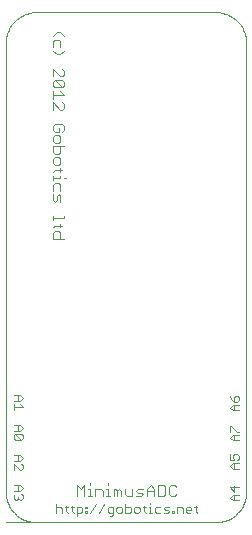
<source format=gto>
G75*
G70*
%OFA0B0*%
%FSLAX24Y24*%
%IPPOS*%
%LPD*%
%AMOC8*
5,1,8,0,0,1.08239X$1,22.5*
%
%ADD10C,0.0000*%
%ADD11C,0.0030*%
D10*
X000680Y000264D02*
X001680Y000264D01*
X007680Y000264D01*
X007740Y000266D01*
X007801Y000271D01*
X007860Y000280D01*
X007919Y000293D01*
X007978Y000309D01*
X008035Y000329D01*
X008090Y000352D01*
X008145Y000379D01*
X008197Y000408D01*
X008248Y000441D01*
X008297Y000477D01*
X008343Y000515D01*
X008387Y000557D01*
X008429Y000601D01*
X008467Y000647D01*
X008503Y000696D01*
X008536Y000747D01*
X008565Y000799D01*
X008592Y000854D01*
X008615Y000909D01*
X008635Y000966D01*
X008651Y001025D01*
X008664Y001084D01*
X008673Y001143D01*
X008678Y001204D01*
X008680Y001264D01*
X008680Y016264D01*
X008678Y016324D01*
X008673Y016385D01*
X008664Y016444D01*
X008651Y016503D01*
X008635Y016562D01*
X008615Y016619D01*
X008592Y016674D01*
X008565Y016729D01*
X008536Y016781D01*
X008503Y016832D01*
X008467Y016881D01*
X008429Y016927D01*
X008387Y016971D01*
X008343Y017013D01*
X008297Y017051D01*
X008248Y017087D01*
X008197Y017120D01*
X008145Y017149D01*
X008090Y017176D01*
X008035Y017199D01*
X007978Y017219D01*
X007919Y017235D01*
X007860Y017248D01*
X007801Y017257D01*
X007740Y017262D01*
X007680Y017264D01*
X001680Y017264D01*
X001620Y017262D01*
X001559Y017257D01*
X001500Y017248D01*
X001441Y017235D01*
X001382Y017219D01*
X001325Y017199D01*
X001270Y017176D01*
X001215Y017149D01*
X001163Y017120D01*
X001112Y017087D01*
X001063Y017051D01*
X001017Y017013D01*
X000973Y016971D01*
X000931Y016927D01*
X000893Y016881D01*
X000857Y016832D01*
X000824Y016781D01*
X000795Y016729D01*
X000768Y016674D01*
X000745Y016619D01*
X000725Y016562D01*
X000709Y016503D01*
X000696Y016444D01*
X000687Y016385D01*
X000682Y016324D01*
X000680Y016264D01*
X000680Y001264D01*
X000682Y001204D01*
X000687Y001143D01*
X000696Y001084D01*
X000709Y001025D01*
X000725Y000966D01*
X000745Y000909D01*
X000768Y000854D01*
X000795Y000799D01*
X000824Y000747D01*
X000857Y000696D01*
X000893Y000647D01*
X000931Y000601D01*
X000973Y000557D01*
X001017Y000515D01*
X001063Y000477D01*
X001112Y000441D01*
X001163Y000408D01*
X001215Y000379D01*
X001270Y000352D01*
X001325Y000329D01*
X001382Y000309D01*
X001441Y000293D01*
X001500Y000280D01*
X001559Y000271D01*
X001620Y000266D01*
X001680Y000264D01*
D11*
X001187Y001011D02*
X001235Y001059D01*
X001235Y001156D01*
X001187Y001204D01*
X001138Y001305D02*
X000945Y001305D01*
X000993Y001204D02*
X000945Y001156D01*
X000945Y001059D01*
X000993Y001011D01*
X001042Y001011D01*
X001090Y001059D01*
X001090Y001107D01*
X001090Y001059D02*
X001138Y001011D01*
X001187Y001011D01*
X001138Y001305D02*
X001235Y001402D01*
X001138Y001499D01*
X000945Y001499D01*
X001090Y001499D02*
X001090Y001305D01*
X001138Y002011D02*
X001187Y002011D01*
X001235Y002059D01*
X001235Y002156D01*
X001187Y002204D01*
X001138Y002305D02*
X000945Y002305D01*
X000945Y002204D02*
X001138Y002011D01*
X000945Y002011D02*
X000945Y002204D01*
X001090Y002305D02*
X001090Y002499D01*
X001138Y002499D02*
X000945Y002499D01*
X001138Y002499D02*
X001235Y002402D01*
X001138Y002305D01*
X001187Y003011D02*
X000993Y003011D01*
X000945Y003059D01*
X000945Y003156D01*
X000993Y003204D01*
X001187Y003011D01*
X001235Y003059D01*
X001235Y003156D01*
X001187Y003204D01*
X000993Y003204D01*
X000945Y003305D02*
X001138Y003305D01*
X001235Y003402D01*
X001138Y003499D01*
X000945Y003499D01*
X001090Y003499D02*
X001090Y003305D01*
X000945Y004011D02*
X000945Y004204D01*
X000945Y004107D02*
X001235Y004107D01*
X001138Y004204D01*
X001138Y004305D02*
X000945Y004305D01*
X001090Y004305D02*
X001090Y004499D01*
X001138Y004499D02*
X000945Y004499D01*
X001138Y004499D02*
X001235Y004402D01*
X001138Y004305D01*
X002345Y000869D02*
X002345Y000579D01*
X002345Y000724D02*
X002393Y000772D01*
X002490Y000772D01*
X002538Y000724D01*
X002538Y000579D01*
X002688Y000627D02*
X002688Y000821D01*
X002640Y000772D02*
X002736Y000772D01*
X002836Y000772D02*
X002933Y000772D01*
X002884Y000821D02*
X002884Y000627D01*
X002933Y000579D01*
X003033Y000579D02*
X003178Y000579D01*
X003226Y000627D01*
X003226Y000724D01*
X003178Y000772D01*
X003033Y000772D01*
X003033Y000482D01*
X003327Y000579D02*
X003327Y000627D01*
X003376Y000627D01*
X003376Y000579D01*
X003327Y000579D01*
X003327Y000724D02*
X003327Y000772D01*
X003376Y000772D01*
X003376Y000724D01*
X003327Y000724D01*
X003474Y000579D02*
X003668Y000869D01*
X003963Y000869D02*
X003769Y000579D01*
X004064Y000627D02*
X004112Y000579D01*
X004257Y000579D01*
X004257Y000530D02*
X004209Y000482D01*
X004161Y000482D01*
X004257Y000530D02*
X004257Y000772D01*
X004112Y000772D01*
X004064Y000724D01*
X004064Y000627D01*
X004358Y000627D02*
X004407Y000579D01*
X004504Y000579D01*
X004552Y000627D01*
X004552Y000724D01*
X004504Y000772D01*
X004407Y000772D01*
X004358Y000724D01*
X004358Y000627D01*
X004653Y000579D02*
X004798Y000579D01*
X004847Y000627D01*
X004847Y000724D01*
X004798Y000772D01*
X004653Y000772D01*
X004653Y000869D02*
X004653Y000579D01*
X004948Y000627D02*
X004996Y000579D01*
X005093Y000579D01*
X005141Y000627D01*
X005141Y000724D01*
X005093Y000772D01*
X004996Y000772D01*
X004948Y000724D01*
X004948Y000627D01*
X004888Y001129D02*
X004703Y001129D01*
X004641Y001190D01*
X004641Y001376D01*
X004520Y001314D02*
X004520Y001129D01*
X004520Y001314D02*
X004458Y001376D01*
X004396Y001314D01*
X004396Y001129D01*
X004273Y001129D02*
X004273Y001376D01*
X004334Y001376D01*
X004396Y001314D01*
X004151Y001129D02*
X004027Y001129D01*
X004089Y001129D02*
X004089Y001376D01*
X004027Y001376D01*
X004089Y001499D02*
X004089Y001561D01*
X003844Y001376D02*
X003906Y001314D01*
X003906Y001129D01*
X003844Y001376D02*
X003659Y001376D01*
X003659Y001129D01*
X003537Y001129D02*
X003413Y001129D01*
X003475Y001129D02*
X003475Y001376D01*
X003413Y001376D01*
X003475Y001499D02*
X003475Y001561D01*
X003292Y001499D02*
X003292Y001129D01*
X003168Y001376D02*
X003292Y001499D01*
X003168Y001376D02*
X003045Y001499D01*
X003045Y001129D01*
X002688Y000627D02*
X002736Y000579D01*
X004888Y001129D02*
X004888Y001376D01*
X005009Y001314D02*
X005071Y001376D01*
X005256Y001376D01*
X005378Y001376D02*
X005378Y001129D01*
X005256Y001190D02*
X005195Y001252D01*
X005071Y001252D01*
X005009Y001314D01*
X005009Y001129D02*
X005195Y001129D01*
X005256Y001190D01*
X005378Y001314D02*
X005625Y001314D01*
X005625Y001376D02*
X005625Y001129D01*
X005746Y001129D02*
X005931Y001129D01*
X005993Y001190D01*
X005993Y001437D01*
X005931Y001499D01*
X005746Y001499D01*
X005746Y001129D01*
X005625Y001376D02*
X005501Y001499D01*
X005378Y001376D01*
X005487Y000917D02*
X005487Y000869D01*
X005487Y000772D02*
X005487Y000579D01*
X005439Y000579D02*
X005536Y000579D01*
X005635Y000627D02*
X005684Y000579D01*
X005829Y000579D01*
X005930Y000579D02*
X006075Y000579D01*
X006123Y000627D01*
X006075Y000676D01*
X005978Y000676D01*
X005930Y000724D01*
X005978Y000772D01*
X006123Y000772D01*
X006225Y000627D02*
X006273Y000627D01*
X006273Y000579D01*
X006225Y000579D01*
X006225Y000627D01*
X006372Y000579D02*
X006372Y000772D01*
X006517Y000772D01*
X006565Y000724D01*
X006565Y000579D01*
X006667Y000627D02*
X006667Y000724D01*
X006715Y000772D01*
X006812Y000772D01*
X006860Y000724D01*
X006860Y000676D01*
X006667Y000676D01*
X006667Y000627D02*
X006715Y000579D01*
X006812Y000579D01*
X007010Y000627D02*
X007058Y000579D01*
X007010Y000627D02*
X007010Y000821D01*
X007058Y000772D02*
X006961Y000772D01*
X006361Y001190D02*
X006299Y001129D01*
X006176Y001129D01*
X006114Y001190D01*
X006114Y001437D01*
X006176Y001499D01*
X006299Y001499D01*
X006361Y001437D01*
X005829Y000772D02*
X005684Y000772D01*
X005635Y000724D01*
X005635Y000627D01*
X005487Y000772D02*
X005439Y000772D01*
X005339Y000772D02*
X005242Y000772D01*
X005291Y000821D02*
X005291Y000627D01*
X005339Y000579D01*
X008145Y001086D02*
X008242Y001183D01*
X008435Y001183D01*
X008435Y000989D02*
X008242Y000989D01*
X008145Y001086D01*
X008290Y000989D02*
X008290Y001183D01*
X008290Y001284D02*
X008290Y001478D01*
X008435Y001429D02*
X008145Y001429D01*
X008290Y001284D01*
X008290Y002039D02*
X008290Y002233D01*
X008242Y002233D02*
X008435Y002233D01*
X008387Y002334D02*
X008435Y002382D01*
X008435Y002479D01*
X008387Y002528D01*
X008290Y002528D01*
X008242Y002479D01*
X008242Y002431D01*
X008290Y002334D01*
X008145Y002334D01*
X008145Y002528D01*
X008242Y002233D02*
X008145Y002136D01*
X008242Y002039D01*
X008435Y002039D01*
X008435Y002989D02*
X008242Y002989D01*
X008145Y003086D01*
X008242Y003183D01*
X008435Y003183D01*
X008435Y003284D02*
X008387Y003284D01*
X008193Y003478D01*
X008145Y003478D01*
X008145Y003284D01*
X008290Y003183D02*
X008290Y002989D01*
X008290Y003989D02*
X008290Y004183D01*
X008242Y004183D02*
X008435Y004183D01*
X008387Y004284D02*
X008435Y004332D01*
X008435Y004429D01*
X008387Y004478D01*
X008338Y004478D01*
X008290Y004429D01*
X008290Y004284D01*
X008387Y004284D01*
X008290Y004284D02*
X008193Y004381D01*
X008145Y004478D01*
X008242Y004183D02*
X008145Y004086D01*
X008242Y003989D01*
X008435Y003989D01*
X002677Y011749D02*
X002615Y011749D01*
X002492Y011749D02*
X002492Y011811D01*
X002492Y011749D02*
X002245Y011749D01*
X002245Y011811D02*
X002245Y011687D01*
X002307Y011565D02*
X002245Y011503D01*
X002245Y011318D01*
X002245Y011197D02*
X002245Y011012D01*
X002307Y010950D01*
X002368Y011012D01*
X002368Y011135D01*
X002430Y011197D01*
X002492Y011135D01*
X002492Y010950D01*
X002492Y011318D02*
X002492Y011503D01*
X002430Y011565D01*
X002307Y011565D01*
X002245Y011933D02*
X002307Y011994D01*
X002554Y011994D01*
X002492Y011933D02*
X002492Y012056D01*
X002430Y012178D02*
X002492Y012239D01*
X002492Y012363D01*
X002430Y012425D01*
X002307Y012425D01*
X002245Y012363D01*
X002245Y012239D01*
X002307Y012178D01*
X002430Y012178D01*
X002430Y012546D02*
X002307Y012546D01*
X002245Y012608D01*
X002245Y012793D01*
X002615Y012793D01*
X002492Y012793D02*
X002492Y012608D01*
X002430Y012546D01*
X002430Y012914D02*
X002307Y012914D01*
X002245Y012976D01*
X002245Y013099D01*
X002307Y013161D01*
X002430Y013161D01*
X002492Y013099D01*
X002492Y012976D01*
X002430Y012914D01*
X002430Y013283D02*
X002307Y013283D01*
X002245Y013344D01*
X002245Y013468D01*
X002307Y013529D01*
X002554Y013529D01*
X002615Y013468D01*
X002615Y013344D01*
X002554Y013283D01*
X002430Y013283D02*
X002430Y013406D01*
X002492Y014019D02*
X002554Y014019D01*
X002615Y014081D01*
X002615Y014204D01*
X002554Y014266D01*
X002615Y014511D02*
X002245Y014511D01*
X002245Y014634D02*
X002245Y014388D01*
X002245Y014266D02*
X002492Y014019D01*
X002615Y014511D02*
X002492Y014634D01*
X002554Y014756D02*
X002307Y015003D01*
X002245Y014941D01*
X002245Y014818D01*
X002307Y014756D01*
X002554Y014756D01*
X002615Y014818D01*
X002615Y014941D01*
X002554Y015003D01*
X002307Y015003D01*
X002245Y015124D02*
X002245Y015371D01*
X002492Y015124D01*
X002554Y015124D01*
X002615Y015186D01*
X002615Y015309D01*
X002554Y015371D01*
X002492Y015861D02*
X002368Y015861D01*
X002245Y015985D01*
X002245Y016106D02*
X002245Y016291D01*
X002307Y016353D01*
X002430Y016353D01*
X002492Y016291D01*
X002492Y016106D01*
X002615Y015985D02*
X002492Y015861D01*
X002615Y016475D02*
X002492Y016599D01*
X002368Y016599D01*
X002245Y016475D01*
X002245Y014266D02*
X002245Y014019D01*
X002245Y010460D02*
X002245Y010337D01*
X002245Y010398D02*
X002615Y010398D01*
X002615Y010460D01*
X002492Y010215D02*
X002492Y010091D01*
X002554Y010153D02*
X002307Y010153D01*
X002245Y010091D01*
X002307Y009969D02*
X002245Y009907D01*
X002245Y009722D01*
X002615Y009722D01*
X002492Y009722D02*
X002492Y009907D01*
X002430Y009969D01*
X002307Y009969D01*
M02*

</source>
